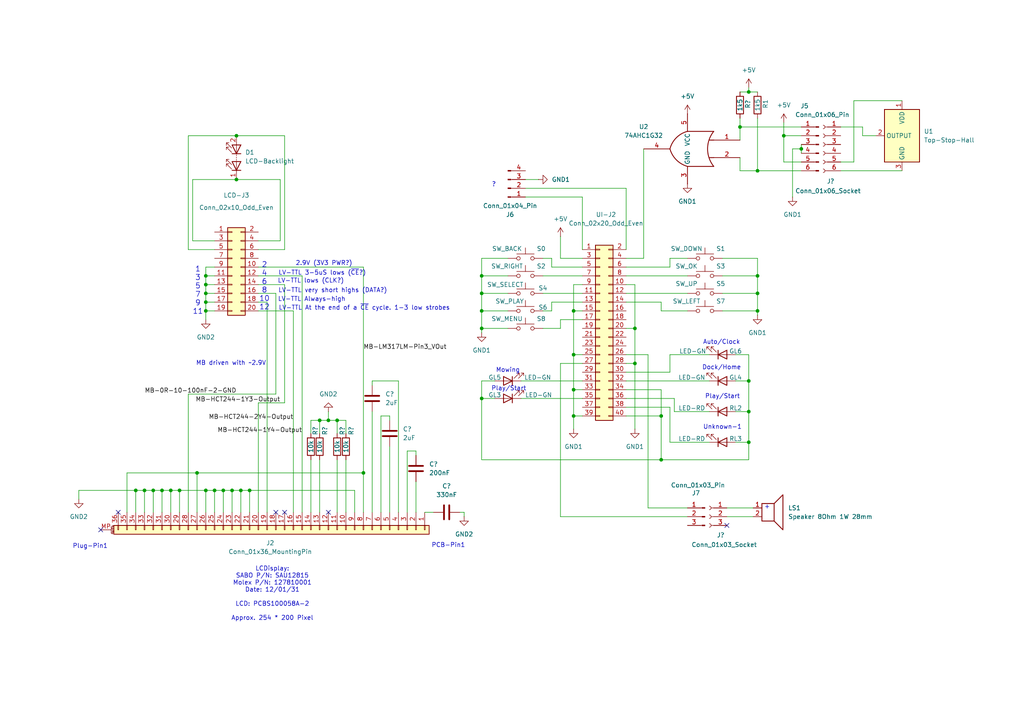
<source format=kicad_sch>
(kicad_sch (version 20250114) (generator "eeschema") (generator_version "9.0")
  (paper "A4")
  (title_block (title "OpenMower @ SABO MOWiT F500 / John Deere Tango E5") (date "2024-12-30") (rev "v0.1"))
  (lib_symbols
    (symbol "74xGxx:74AHC1G32"
      (property "Reference" "U" (at -2.54 3.81 0))
      (property "Value" "74AHC1G32" (at 0 -3.81 0))
      (symbol "74AHC1G32_1_1"
        (pin input line (at -15.24 2.54 0) (length 7.62) (name "~") (number "1"))
        (pin input line (at -15.24 -2.54 0) (length 7.62) (name "~") (number "2"))
        (pin power_in line (at 0 10.16 270) (length 5.08) (name "VCC") (number "5"))
        (pin power_in line (at 0 -10.16 90) (length 5.08) (name "GND") (number "3"))
        (pin output line (at 12.7 0 180) (length 7.62) (name "~") (number "4"))
      )
    )
    (symbol "Connector:Conn_01x03_Pin" (pin_names (offset 1.016) (hide yes))
      (property "Reference" "J" (at 0 5.08 0))
      (property "Value" "Conn_01x03_Pin" (at 0 -5.08 0))
      (symbol "Conn_01x03_Pin_1_1"
        (pin passive line (at 5.08 2.54 180) (length 3.81) (name "Pin_1") (number "1"))
        (pin passive line (at 5.08 0 180) (length 3.81) (name "Pin_2") (number "2"))
        (pin passive line (at 5.08 -2.54 180) (length 3.81) (name "Pin_3") (number "3"))
      )
    )
    (symbol "Connector:Conn_01x03_Socket" (pin_names (offset 1.016) (hide yes))
      (property "Reference" "J" (at 0 5.08 0))
      (property "Value" "Conn_01x03_Socket" (at 0 -5.08 0))
      (symbol "Conn_01x03_Socket_1_1"
        (pin passive line (at -5.08 2.54 0) (length 3.81) (name "Pin_1") (number "1"))
        (pin passive line (at -5.08 0 0) (length 3.81) (name "Pin_2") (number "2"))
        (pin passive line (at -5.08 -2.54 0) (length 3.81) (name "Pin_3") (number "3"))
      )
    )
    (symbol "Connector:Conn_01x04_Pin" (pin_names (offset 1.016) (hide yes))
      (property "Reference" "J" (at 0 5.08 0))
      (property "Value" "Conn_01x04_Pin" (at 0 -7.62 0))
      (symbol "Conn_01x04_Pin_1_1"
        (pin passive line (at 5.08 2.54 180) (length 3.81) (name "Pin_1") (number "1"))
        (pin passive line (at 5.08 0 180) (length 3.81) (name "Pin_2") (number "2"))
        (pin passive line (at 5.08 -2.54 180) (length 3.81) (name "Pin_3") (number "3"))
        (pin passive line (at 5.08 -5.08 180) (length 3.81) (name "Pin_4") (number "4"))
      )
    )
    (symbol "Connector:Conn_01x06_Pin" (pin_names (offset 1.016) (hide yes))
      (property "Reference" "J" (at 0 7.62 0))
      (property "Value" "Conn_01x06_Pin" (at 0 -10.16 0))
      (symbol "Conn_01x06_Pin_1_1"
        (pin passive line (at 5.08 5.08 180) (length 3.81) (name "Pin_1") (number "1"))
        (pin passive line (at 5.08 2.54 180) (length 3.81) (name "Pin_2") (number "2"))
        (pin passive line (at 5.08 0 180) (length 3.81) (name "Pin_3") (number "3"))
        (pin passive line (at 5.08 -2.54 180) (length 3.81) (name "Pin_4") (number "4"))
        (pin passive line (at 5.08 -5.08 180) (length 3.81) (name "Pin_5") (number "5"))
        (pin passive line (at 5.08 -7.62 180) (length 3.81) (name "Pin_6") (number "6"))
      )
    )
    (symbol "Connector:Conn_01x06_Socket" (pin_names (offset 1.016) (hide yes))
      (property "Reference" "J" (at 0 7.62 0))
      (property "Value" "Conn_01x06_Socket" (at 0 -10.16 0))
      (symbol "Conn_01x06_Socket_1_1"
        (pin passive line (at -5.08 5.08 0) (length 3.81) (name "Pin_1") (number "1"))
        (pin passive line (at -5.08 2.54 0) (length 3.81) (name "Pin_2") (number "2"))
        (pin passive line (at -5.08 0 0) (length 3.81) (name "Pin_3") (number "3"))
        (pin passive line (at -5.08 -2.54 0) (length 3.81) (name "Pin_4") (number "4"))
        (pin passive line (at -5.08 -5.08 0) (length 3.81) (name "Pin_5") (number "5"))
        (pin passive line (at -5.08 -7.62 0) (length 3.81) (name "Pin_6") (number "6"))
      )
    )
    (symbol "Connector_Generic:Conn_02x10_Odd_Even" (pin_names (offset 1.016) (hide yes))
      (property "Reference" "J" (at 1.27 12.7 0))
      (property "Value" "Conn_02x10_Odd_Even" (at 1.27 -15.24 0))
      (symbol "Conn_02x10_Odd_Even_1_1"
        (pin passive line (at -5.08 10.16 0) (length 3.81) (name "Pin_1") (number "1"))
        (pin passive line (at -5.08 7.62 0) (length 3.81) (name "Pin_3") (number "3"))
        (pin passive line (at -5.08 5.08 0) (length 3.81) (name "Pin_5") (number "5"))
        (pin passive line (at -5.08 2.54 0) (length 3.81) (name "Pin_7") (number "7"))
        (pin passive line (at -5.08 0 0) (length 3.81) (name "Pin_9") (number "9"))
        (pin passive line (at -5.08 -2.54 0) (length 3.81) (name "Pin_11") (number "11"))
        (pin passive line (at -5.08 -5.08 0) (length 3.81) (name "Pin_13") (number "13"))
        (pin passive line (at -5.08 -7.62 0) (length 3.81) (name "Pin_15") (number "15"))
        (pin passive line (at -5.08 -10.16 0) (length 3.81) (name "Pin_17") (number "17"))
        (pin passive line (at -5.08 -12.7 0) (length 3.81) (name "Pin_19") (number "19"))
        (pin passive line (at 7.62 10.16 180) (length 3.81) (name "Pin_2") (number "2"))
        (pin passive line (at 7.62 7.62 180) (length 3.81) (name "Pin_4") (number "4"))
        (pin passive line (at 7.62 5.08 180) (length 3.81) (name "Pin_6") (number "6"))
        (pin passive line (at 7.62 2.54 180) (length 3.81) (name "Pin_8") (number "8"))
        (pin passive line (at 7.62 0 180) (length 3.81) (name "Pin_10") (number "10"))
        (pin passive line (at 7.62 -2.54 180) (length 3.81) (name "Pin_12") (number "12"))
        (pin passive line (at 7.62 -5.08 180) (length 3.81) (name "Pin_14") (number "14"))
        (pin passive line (at 7.62 -7.62 180) (length 3.81) (name "Pin_16") (number "16"))
        (pin passive line (at 7.62 -10.16 180) (length 3.81) (name "Pin_18") (number "18"))
        (pin passive line (at 7.62 -12.7 180) (length 3.81) (name "Pin_20") (number "20"))
      )
    )
    (symbol "Connector_Generic:Conn_02x20_Odd_Even" (pin_names (offset 1.016) (hide yes))
      (property "Reference" "J" (at 1.27 25.4 0))
      (property "Value" "Conn_02x20_Odd_Even" (at 1.27 -27.94 0))
      (symbol "Conn_02x20_Odd_Even_1_1"
        (pin passive line (at -5.08 22.86 0) (length 3.81) (name "Pin_1") (number "1"))
        (pin passive line (at -5.08 20.32 0) (length 3.81) (name "Pin_3") (number "3"))
        (pin passive line (at -5.08 17.78 0) (length 3.81) (name "Pin_5") (number "5"))
        (pin passive line (at -5.08 15.24 0) (length 3.81) (name "Pin_7") (number "7"))
        (pin passive line (at -5.08 12.7 0) (length 3.81) (name "Pin_9") (number "9"))
        (pin passive line (at -5.08 10.16 0) (length 3.81) (name "Pin_11") (number "11"))
        (pin passive line (at -5.08 7.62 0) (length 3.81) (name "Pin_13") (number "13"))
        (pin passive line (at -5.08 5.08 0) (length 3.81) (name "Pin_15") (number "15"))
        (pin passive line (at -5.08 2.54 0) (length 3.81) (name "Pin_17") (number "17"))
        (pin passive line (at -5.08 0 0) (length 3.81) (name "Pin_19") (number "19"))
        (pin passive line (at -5.08 -2.54 0) (length 3.81) (name "Pin_21") (number "21"))
        (pin passive line (at -5.08 -5.08 0) (length 3.81) (name "Pin_23") (number "23"))
        (pin passive line (at -5.08 -7.62 0) (length 3.81) (name "Pin_25") (number "25"))
        (pin passive line (at -5.08 -10.16 0) (length 3.81) (name "Pin_27") (number "27"))
        (pin passive line (at -5.08 -12.7 0) (length 3.81) (name "Pin_29") (number "29"))
        (pin passive line (at -5.08 -15.24 0) (length 3.81) (name "Pin_31") (number "31"))
        (pin passive line (at -5.08 -17.78 0) (length 3.81) (name "Pin_33") (number "33"))
        (pin passive line (at -5.08 -20.32 0) (length 3.81) (name "Pin_35") (number "35"))
        (pin passive line (at -5.08 -22.86 0) (length 3.81) (name "Pin_37") (number "37"))
        (pin passive line (at -5.08 -25.4 0) (length 3.81) (name "Pin_39") (number "39"))
        (pin passive line (at 7.62 22.86 180) (length 3.81) (name "Pin_2") (number "2"))
        (pin passive line (at 7.62 20.32 180) (length 3.81) (name "Pin_4") (number "4"))
        (pin passive line (at 7.62 17.78 180) (length 3.81) (name "Pin_6") (number "6"))
        (pin passive line (at 7.62 15.24 180) (length 3.81) (name "Pin_8") (number "8"))
        (pin passive line (at 7.62 12.7 180) (length 3.81) (name "Pin_10") (number "10"))
        (pin passive line (at 7.62 10.16 180) (length 3.81) (name "Pin_12") (number "12"))
        (pin passive line (at 7.62 7.62 180) (length 3.81) (name "Pin_14") (number "14"))
        (pin passive line (at 7.62 5.08 180) (length 3.81) (name "Pin_16") (number "16"))
        (pin passive line (at 7.62 2.54 180) (length 3.81) (name "Pin_18") (number "18"))
        (pin passive line (at 7.62 0 180) (length 3.81) (name "Pin_20") (number "20"))
        (pin passive line (at 7.62 -2.54 180) (length 3.81) (name "Pin_22") (number "22"))
        (pin passive line (at 7.62 -5.08 180) (length 3.81) (name "Pin_24") (number "24"))
        (pin passive line (at 7.62 -7.62 180) (length 3.81) (name "Pin_26") (number "26"))
        (pin passive line (at 7.62 -10.16 180) (length 3.81) (name "Pin_28") (number "28"))
        (pin passive line (at 7.62 -12.7 180) (length 3.81) (name "Pin_30") (number "30"))
        (pin passive line (at 7.62 -15.24 180) (length 3.81) (name "Pin_32") (number "32"))
        (pin passive line (at 7.62 -17.78 180) (length 3.81) (name "Pin_34") (number "34"))
        (pin passive line (at 7.62 -20.32 180) (length 3.81) (name "Pin_36") (number "36"))
        (pin passive line (at 7.62 -22.86 180) (length 3.81) (name "Pin_38") (number "38"))
        (pin passive line (at 7.62 -25.4 180) (length 3.81) (name "Pin_40") (number "40"))
      )
    )
    (symbol "Connector_Generic_MountingPin:Conn_01x36_MountingPin" (pin_names (offset 1.016) (hide yes))
      (property "Reference" "J" (at 0 45.72 0))
      (property "Value" "Conn_01x36_MountingPin" (at 1.27 -48.26 0))
      (symbol "Conn_01x36_MountingPin_1_1"
        (text "Mounting" (at 0 -47.371 0) (effects (font (size 0.381 0.381))))
        (pin passive line (at -5.08 43.18 0) (length 3.81) (name "Pin_1") (number "1"))
        (pin passive line (at -5.08 40.64 0) (length 3.81) (name "Pin_2") (number "2"))
        (pin passive line (at -5.08 38.1 0) (length 3.81) (name "Pin_3") (number "3"))
        (pin passive line (at -5.08 35.56 0) (length 3.81) (name "Pin_4") (number "4"))
        (pin passive line (at -5.08 33.02 0) (length 3.81) (name "Pin_5") (number "5"))
        (pin passive line (at -5.08 30.48 0) (length 3.81) (name "Pin_6") (number "6"))
        (pin passive line (at -5.08 27.94 0) (length 3.81) (name "Pin_7") (number "7"))
        (pin passive line (at -5.08 25.4 0) (length 3.81) (name "Pin_8") (number "8"))
        (pin passive line (at -5.08 22.86 0) (length 3.81) (name "Pin_9") (number "9"))
        (pin passive line (at -5.08 20.32 0) (length 3.81) (name "Pin_10") (number "10"))
        (pin passive line (at -5.08 17.78 0) (length 3.81) (name "Pin_11") (number "11"))
        (pin passive line (at -5.08 15.24 0) (length 3.81) (name "Pin_12") (number "12"))
        (pin passive line (at -5.08 12.7 0) (length 3.81) (name "Pin_13") (number "13"))
        (pin passive line (at -5.08 10.16 0) (length 3.81) (name "Pin_14") (number "14"))
        (pin passive line (at -5.08 7.62 0) (length 3.81) (name "Pin_15") (number "15"))
        (pin passive line (at -5.08 5.08 0) (length 3.81) (name "Pin_16") (number "16"))
        (pin passive line (at -5.08 2.54 0) (length 3.81) (name "Pin_17") (number "17"))
        (pin passive line (at -5.08 0 0) (length 3.81) (name "Pin_18") (number "18"))
        (pin passive line (at -5.08 -2.54 0) (length 3.81) (name "Pin_19") (number "19"))
        (pin passive line (at -5.08 -5.08 0) (length 3.81) (name "Pin_20") (number "20"))
        (pin passive line (at -5.08 -7.62 0) (length 3.81) (name "Pin_21") (number "21"))
        (pin passive line (at -5.08 -10.16 0) (length 3.81) (name "Pin_22") (number "22"))
        (pin passive line (at -5.08 -12.7 0) (length 3.81) (name "Pin_23") (number "23"))
        (pin passive line (at -5.08 -15.24 0) (length 3.81) (name "Pin_24") (number "24"))
        (pin passive line (at -5.08 -17.78 0) (length 3.81) (name "Pin_25") (number "25"))
        (pin passive line (at -5.08 -20.32 0) (length 3.81) (name "Pin_26") (number "26"))
        (pin passive line (at -5.08 -22.86 0) (length 3.81) (name "Pin_27") (number "27"))
        (pin passive line (at -5.08 -25.4 0) (length 3.81) (name "Pin_28") (number "28"))
        (pin passive line (at -5.08 -27.94 0) (length 3.81) (name "Pin_29") (number "29"))
        (pin passive line (at -5.08 -30.48 0) (length 3.81) (name "Pin_30") (number "30"))
        (pin passive line (at -5.08 -33.02 0) (length 3.81) (name "Pin_31") (number "31"))
        (pin passive line (at -5.08 -35.56 0) (length 3.81) (name "Pin_32") (number "32"))
        (pin passive line (at -5.08 -38.1 0) (length 3.81) (name "Pin_33") (number "33"))
        (pin passive line (at -5.08 -40.64 0) (length 3.81) (name "Pin_34") (number "34"))
        (pin passive line (at -5.08 -43.18 0) (length 3.81) (name "Pin_35") (number "35"))
        (pin passive line (at -5.08 -45.72 0) (length 3.81) (name "Pin_36") (number "36"))
        (pin passive line (at 0 -50.8 90) (length 3.048) (name "MountPin") (number "MP"))
      )
    )
    (symbol "Device:C" (pin_numbers (hide yes)) (pin_names (offset 0.254))
      (property "Reference" "C" (at 0.635 2.54 0))
      (property "Value" "C" (at 0.635 -2.54 0))
      (symbol "C_1_1"
        (pin passive line (at 0 3.81 270) (length 2.794) (name "~") (number "1"))
        (pin passive line (at 0 -3.81 90) (length 2.794) (name "~") (number "2"))
      )
    )
    (symbol "Device:LED" (pin_numbers (hide yes)) (pin_names (offset 1.016) (hide yes))
      (property "Reference" "D" (at 0 2.54 0))
      (property "Value" "LED" (at 0 -2.54 0))
      (symbol "LED_1_1"
        (pin passive line (at -3.81 0 0) (length 2.54) (name "K") (number "1"))
        (pin passive line (at 3.81 0 180) (length 2.54) (name "A") (number "2"))
      )
    )
    (symbol "Device:LED_Series" (pin_names (offset 1.016) (hide yes))
      (property "Reference" "D" (at 0 5.715 0))
      (property "Value" "LED_Series" (at 0 3.81 0))
      (symbol "LED_Series_1_1"
        (pin passive line (at -6.35 0 0) (length 2.54) (name "K") (number "1"))
        (pin passive line (at 6.35 0 180) (length 2.54) (name "A") (number "2"))
      )
    )
    (symbol "Device:R" (pin_numbers (hide yes)) (pin_names (offset 0))
      (property "Reference" "R" (at 2.032 0 90))
      (property "Value" "R" (at 0 0 90))
      (symbol "R_1_1"
        (pin passive line (at 0 3.81 270) (length 1.27) (name "~") (number "1"))
        (pin passive line (at 0 -3.81 90) (length 1.27) (name "~") (number "2"))
      )
    )
    (symbol "Device:Speaker" (pin_names (offset 0) (hide yes))
      (property "Reference" "LS" (at 1.27 5.715 0))
      (property "Value" "Speaker" (at 1.27 3.81 0))
      (symbol "Speaker_1_1"
        (pin input line (at -5.08 0 0) (length 2.54) (name "1") (number "1"))
        (pin input line (at -5.08 -2.54 0) (length 2.54) (name "2") (number "2"))
      )
    )
    (symbol "Sensor_Magnetic:AH1806-W"
      (property "Reference" "U" (at -5.08 8.89 0))
      (property "Value" "AH1806-W" (at 7.62 8.89 0))
      (symbol "AH1806-W_1_1"
        (pin power_in line (at 0 10.16 270) (length 2.54) (name "VDD") (number "1"))
        (pin power_in line (at 0 -10.16 90) (length 2.54) (name "GND") (number "3"))
        (pin open_collector line (at 7.62 0 180) (length 2.54) (name "OUTPUT") (number "2"))
      )
    )
    (symbol "Switch:SW_Push" (pin_numbers (hide yes)) (pin_names (offset 1.016) (hide yes))
      (property "Reference" "SW" (at 1.27 2.54 0))
      (property "Value" "SW_Push" (at 0 -1.524 0))
      (symbol "SW_Push_0_1"
        (pin passive line (at -5.08 0 0) (length 2.54) (name "1") (number "1"))
        (pin passive line (at 5.08 0 180) (length 2.54) (name "2") (number "2"))
      )
    )
    (symbol "power:+5V" (power) (pin_numbers (hide yes)) (pin_names (offset 0) (hide yes))
      (property "Value" "+5V" (at 0 3.556 0))
      (symbol "+5V_1_1"
        (pin power_in line (at 0 0 90) (length 0) (name "~") (number "1"))
      )
    )
    (symbol "power:GND1" (power) (pin_numbers (hide yes)) (pin_names (offset 0) (hide yes))
      (property "Value" "GND1" (at 0 -3.81 0))
      (symbol "GND1_1_1"
        (pin power_in line (at 0 0 270) (length 0) (name "~") (number "1"))
      )
    )
    (symbol "power:GND2" (power) (pin_numbers (hide yes)) (pin_names (offset 0) (hide yes))
      (property "Value" "GND2" (at 0 -3.81 0))
      (symbol "GND2_1_1"
        (pin power_in line (at 0 0 270) (length 0) (name "~") (number "1"))
      )
    )
  )
  (text "LV-TTL Always-high" (at 90.424 86.868 0) (effects (font (size 1.27 1.27))))
  (text "?" (at 143.256 53.594 0) (effects (font (size 1.27 1.27))))
  (text "Dock/Home" (at 209.296 106.68 0) (effects (font (size 1.27 1.27))))
  (text "Play/Start" (at 147.574 112.776 0) (effects (font (size 1.27 1.27))))
  (text "LV-TTL lows (CLK?)" (at 90.17 81.534 0) (effects (font (size 1.27 1.27))))
  (text "LV-TTL 3-5uS lows (~{CE}?)" (at 93.472 79.248 0) (effects (font (size 1.27 1.27))))
  (text "Unknown-1" (at 209.55 123.952 0) (effects (font (size 1.27 1.27))))
  (text "Play/Start" (at 209.55 115.062 0) (effects (font (size 1.27 1.27))))
  (text "PCB-Pin1" (at 130.048 158.242 0) (effects (font (size 1.27 1.27))))
  (text "Mowing" (at 147.32 107.442 0) (effects (font (size 1.27 1.27))))
  (text "Auto/Clock" (at 209.296 99.314 0) (effects (font (size 1.27 1.27))))
  (text "MB driven with ~2.9V" (at 77.216 105.41 0) (effects (font (size 1.27 1.27)) (justify right)))
  (text "LV-TTL At the end of a ~{CE} cycle. 1-3 low strobes" (at 105.664 89.408 0) (effects (font (size 1.27 1.27))))
  (text "1\n3\n5\n7\n9\n11" (at 57.404 84.328 0) (effects (font (size 1.524 1.524))))
  (text "Plug-Pin1" (at 26.162 158.496 0) (effects (font (size 1.27 1.27))))
  (text "+" (at 222.504 147.066 0) (effects (font (size 1.27 1.27))))
  (text "2.9V (3V3 PWR?)" (at 93.98 76.454 0) (effects (font (size 1.27 1.27))))
  (text "LV-TTL very short highs (DATA?)" (at 96.52 84.328 0) (effects (font (size 1.27 1.27))))
  (text "2\n4\n6\n8\n10\n12" (at 76.708 83.058 0) (effects (font (size 1.524 1.524))))
  (text "LCDisplay:\nSABO P/N: SAU12815\nMolex P/N: 127810001\nDate: 12/01/31\n\nLCD: PCBS100058A-2\n\nApprox. 254 * 200 Pixel" (at 78.994 172.212 0) (effects (font (size 1.27 1.27))))
  (junction (at 217.17 128.27))
  (junction (at 59.69 142.24))
  (junction (at 166.37 113.03))
  (junction (at 57.15 137.16))
  (junction (at 59.69 87.63))
  (junction (at 59.69 80.01))
  (junction (at 219.71 80.01))
  (junction (at 46.99 142.24))
  (junction (at 217.17 119.38))
  (junction (at 166.37 102.87))
  (junction (at 217.17 26.67))
  (junction (at 59.69 90.17))
  (junction (at 68.58 52.07))
  (junction (at 191.77 133.35))
  (junction (at 191.77 120.65))
  (junction (at 64.77 142.24))
  (junction (at 72.39 142.24))
  (junction (at 219.71 85.09))
  (junction (at 68.58 39.37))
  (junction (at 139.7 85.09))
  (junction (at 219.71 90.17))
  (junction (at 62.23 142.24))
  (junction (at 92.71 121.92))
  (junction (at 59.69 85.09))
  (junction (at 166.37 120.65))
  (junction (at 166.37 90.17))
  (junction (at 69.85 142.24))
  (junction (at 227.33 39.37))
  (junction (at 139.7 95.25))
  (junction (at 44.45 142.24))
  (junction (at 41.91 142.24))
  (junction (at 105.41 137.16))
  (junction (at 219.71 49.53))
  (junction (at 95.25 121.92))
  (junction (at 67.31 142.24))
  (junction (at 49.53 142.24))
  (junction (at 217.17 110.49))
  (junction (at 39.37 142.24))
  (junction (at 59.69 82.55))
  (junction (at 232.41 43.18))
  (junction (at 184.15 105.41))
  (junction (at 139.7 90.17))
  (junction (at 139.7 80.01))
  (junction (at 139.7 115.57))
  (junction (at 214.63 36.83))
  (junction (at 97.79 121.92))
  (junction (at 52.07 142.24))
  (junction (at 184.15 95.25))
  (no_connect (at 210.82 152.4))
  (no_connect (at 82.55 148.59))
  (no_connect (at 34.29 148.59))
  (no_connect (at 29.21 153.67))
  (no_connect (at 95.25 148.59))
  (no_connect (at 80.01 148.59))
  (wire (pts (xy 166.37 90.17) (xy 166.37 102.87)))
  (wire (pts (xy 191.77 120.65) (xy 191.77 133.35)))
  (wire (pts (xy 209.55 80.01) (xy 219.71 80.01)))
  (wire (pts (xy 113.03 129.54) (xy 113.03 148.59)))
  (wire (pts (xy 41.91 148.59) (xy 41.91 142.24)))
  (wire (pts (xy 107.95 111.76) (xy 107.95 110.49)))
  (wire (pts (xy 49.53 142.24) (xy 46.99 142.24)))
  (wire (pts (xy 227.33 39.37) (xy 227.33 46.99)))
  (wire (pts (xy 69.85 148.59) (xy 69.85 142.24)))
  (wire (pts (xy 139.7 80.01) (xy 147.32 80.01)))
  (wire (pts (xy 162.56 149.86) (xy 199.39 149.86)))
  (wire (pts (xy 160.02 74.93) (xy 160.02 77.47)))
  (wire (pts (xy 166.37 102.87) (xy 168.91 102.87)))
  (wire (pts (xy 59.69 87.63) (xy 62.23 87.63)))
  (wire (pts (xy 191.77 113.03) (xy 191.77 120.65)))
  (wire (pts (xy 166.37 82.55) (xy 166.37 90.17)))
  (wire (pts (xy 219.71 34.29) (xy 219.71 49.53)))
  (wire (pts (xy 162.56 149.86) (xy 162.56 105.41)))
  (wire (pts (xy 59.69 148.59) (xy 59.69 142.24)))
  (wire (pts (xy 181.61 120.65) (xy 191.77 120.65)))
  (wire (pts (xy 139.7 115.57) (xy 139.7 133.35)))
  (wire (pts (xy 213.36 128.27) (xy 217.17 128.27)))
  (wire (pts (xy 72.39 148.59) (xy 72.39 142.24)))
  (wire (pts (xy 162.56 105.41) (xy 168.91 105.41)))
  (wire (pts (xy 143.51 110.49) (xy 139.7 110.49)))
  (wire (pts (xy 181.61 85.09) (xy 199.39 85.09)))
  (wire (pts (xy 67.31 142.24) (xy 64.77 142.24)))
  (wire (pts (xy 168.91 74.93) (xy 162.56 74.93)))
  (wire (pts (xy 74.93 82.55) (xy 82.55 82.55)))
  (wire (pts (xy 160.02 77.47) (xy 168.91 77.47)))
  (wire (pts (xy 64.77 148.59) (xy 64.77 142.24)))
  (wire (pts (xy 44.45 142.24) (xy 41.91 142.24)))
  (wire (pts (xy 194.31 102.87) (xy 205.74 102.87)))
  (wire (pts (xy 87.63 148.59) (xy 87.63 80.01)))
  (wire (pts (xy 160.02 90.17) (xy 160.02 87.63)))
  (wire (pts (xy 54.61 72.39) (xy 62.23 72.39)))
  (wire (pts (xy 227.33 46.99) (xy 232.41 46.99)))
  (wire (pts (xy 97.79 121.92) (xy 95.25 121.92)))
  (wire (pts (xy 214.63 49.53) (xy 214.63 45.72)))
  (wire (pts (xy 102.87 148.59) (xy 102.87 142.24)))
  (wire (pts (xy 68.58 39.37) (xy 54.61 39.37)))
  (wire (pts (xy 210.82 147.32) (xy 218.44 147.32)))
  (wire (pts (xy 102.87 142.24) (xy 72.39 142.24)))
  (wire (pts (xy 100.33 133.35) (xy 100.33 148.59)))
  (wire (pts (xy 59.69 87.63) (xy 59.69 90.17)))
  (wire (pts (xy 214.63 40.64) (xy 214.63 36.83)))
  (wire (pts (xy 118.11 148.59) (xy 118.11 130.81)))
  (wire (pts (xy 52.07 142.24) (xy 49.53 142.24)))
  (wire (pts (xy 110.49 148.59) (xy 110.49 120.65)))
  (wire (pts (xy 147.32 74.93) (xy 139.7 74.93)))
  (wire (pts (xy 139.7 133.35) (xy 191.77 133.35)))
  (wire (pts (xy 85.09 90.17) (xy 74.93 90.17)))
  (wire (pts (xy 250.19 39.37) (xy 254 39.37)))
  (wire (pts (xy 41.91 142.24) (xy 39.37 142.24)))
  (wire (pts (xy 209.55 85.09) (xy 219.71 85.09)))
  (wire (pts (xy 151.13 110.49) (xy 168.91 110.49)))
  (wire (pts (xy 166.37 82.55) (xy 168.91 82.55)))
  (wire (pts (xy 120.65 130.81) (xy 120.65 132.08)))
  (wire (pts (xy 247.65 46.99) (xy 247.65 29.21)))
  (wire (pts (xy 191.77 87.63) (xy 181.61 87.63)))
  (wire (pts (xy 250.19 36.83) (xy 250.19 39.37)))
  (wire (pts (xy 39.37 142.24) (xy 22.86 142.24)))
  (wire (pts (xy 68.58 52.07) (xy 55.88 52.07)))
  (wire (pts (xy 217.17 110.49) (xy 217.17 119.38)))
  (wire (pts (xy 217.17 110.49) (xy 213.36 110.49)))
  (wire (pts (xy 181.61 54.61) (xy 181.61 72.39)))
  (wire (pts (xy 213.36 119.38) (xy 217.17 119.38)))
  (wire (pts (xy 97.79 133.35) (xy 97.79 148.59)))
  (wire (pts (xy 133.35 148.59) (xy 134.62 148.59)))
  (wire (pts (xy 187.96 102.87) (xy 181.61 102.87)))
  (wire (pts (xy 59.69 80.01) (xy 62.23 80.01)))
  (wire (pts (xy 191.77 90.17) (xy 191.77 87.63)))
  (wire (pts (xy 194.31 107.95) (xy 181.61 107.95)))
  (wire (pts (xy 92.71 121.92) (xy 92.71 125.73)))
  (wire (pts (xy 166.37 90.17) (xy 168.91 90.17)))
  (wire (pts (xy 186.69 43.18) (xy 186.69 74.93)))
  (wire (pts (xy 162.56 74.93) (xy 162.56 68.58)))
  (wire (pts (xy 166.37 120.65) (xy 166.37 124.46)))
  (wire (pts (xy 69.85 142.24) (xy 67.31 142.24)))
  (wire (pts (xy 105.41 77.47) (xy 105.41 137.16)))
  (wire (pts (xy 232.41 39.37) (xy 227.33 39.37)))
  (wire (pts (xy 214.63 49.53) (xy 219.71 49.53)))
  (wire (pts (xy 90.17 133.35) (xy 90.17 148.59)))
  (wire (pts (xy 232.41 41.91) (xy 232.41 43.18)))
  (wire (pts (xy 52.07 148.59) (xy 52.07 142.24)))
  (wire (pts (xy 97.79 121.92) (xy 97.79 125.73)))
  (wire (pts (xy 181.61 110.49) (xy 205.74 110.49)))
  (wire (pts (xy 46.99 142.24) (xy 44.45 142.24)))
  (wire (pts (xy 168.91 120.65) (xy 166.37 120.65)))
  (wire (pts (xy 152.4 54.61) (xy 181.61 54.61)))
  (wire (pts (xy 199.39 147.32) (xy 187.96 147.32)))
  (wire (pts (xy 214.63 26.67) (xy 217.17 26.67)))
  (wire (pts (xy 213.36 102.87) (xy 217.17 102.87)))
  (wire (pts (xy 194.31 102.87) (xy 194.31 107.95)))
  (wire (pts (xy 139.7 90.17) (xy 147.32 90.17)))
  (wire (pts (xy 157.48 90.17) (xy 160.02 90.17)))
  (wire (pts (xy 72.39 142.24) (xy 69.85 142.24)))
  (wire (pts (xy 67.31 142.24) (xy 67.31 148.59)))
  (wire (pts (xy 217.17 102.87) (xy 217.17 110.49)))
  (wire (pts (xy 74.93 69.85) (xy 81.28 69.85)))
  (wire (pts (xy 105.41 137.16) (xy 105.41 148.59)))
  (wire (pts (xy 95.25 121.92) (xy 95.25 119.38)))
  (wire (pts (xy 139.7 110.49) (xy 139.7 115.57)))
  (wire (pts (xy 181.61 105.41) (xy 184.15 105.41)))
  (wire (pts (xy 57.15 137.16) (xy 57.15 148.59)))
  (wire (pts (xy 49.53 142.24) (xy 49.53 148.59)))
  (wire (pts (xy 107.95 110.49) (xy 115.57 110.49)))
  (wire (pts (xy 55.88 52.07) (xy 55.88 69.85)))
  (wire (pts (xy 82.55 39.37) (xy 68.58 39.37)))
  (wire (pts (xy 92.71 121.92) (xy 95.25 121.92)))
  (wire (pts (xy 54.61 114.3) (xy 80.01 114.3)))
  (wire (pts (xy 100.33 121.92) (xy 97.79 121.92)))
  (wire (pts (xy 139.7 115.57) (xy 143.51 115.57)))
  (wire (pts (xy 219.71 49.53) (xy 232.41 49.53)))
  (wire (pts (xy 162.56 92.71) (xy 162.56 95.25)))
  (wire (pts (xy 92.71 133.35) (xy 92.71 148.59)))
  (wire (pts (xy 62.23 142.24) (xy 59.69 142.24)))
  (wire (pts (xy 139.7 80.01) (xy 139.7 85.09)))
  (wire (pts (xy 219.71 90.17) (xy 209.55 90.17)))
  (wire (pts (xy 214.63 34.29) (xy 214.63 36.83)))
  (wire (pts (xy 90.17 121.92) (xy 92.71 121.92)))
  (wire (pts (xy 229.87 57.15) (xy 229.87 43.18)))
  (wire (pts (xy 232.41 43.18) (xy 232.41 44.45)))
  (wire (pts (xy 151.13 115.57) (xy 168.91 115.57)))
  (wire (pts (xy 54.61 39.37) (xy 54.61 72.39)))
  (wire (pts (xy 59.69 90.17) (xy 62.23 90.17)))
  (wire (pts (xy 166.37 102.87) (xy 166.37 113.03)))
  (wire (pts (xy 243.84 49.53) (xy 261.62 49.53)))
  (wire (pts (xy 90.17 125.73) (xy 90.17 121.92)))
  (wire (pts (xy 157.48 74.93) (xy 160.02 74.93)))
  (wire (pts (xy 184.15 95.25) (xy 184.15 82.55)))
  (wire (pts (xy 217.17 25.4) (xy 217.17 26.67)))
  (wire (pts (xy 74.93 72.39) (xy 82.55 72.39)))
  (wire (pts (xy 227.33 35.56) (xy 227.33 39.37)))
  (wire (pts (xy 62.23 142.24) (xy 62.23 148.59)))
  (wire (pts (xy 115.57 110.49) (xy 115.57 148.59)))
  (wire (pts (xy 44.45 142.24) (xy 44.45 148.59)))
  (wire (pts (xy 107.95 119.38) (xy 107.95 148.59)))
  (wire (pts (xy 217.17 128.27) (xy 217.17 133.35)))
  (wire (pts (xy 59.69 85.09) (xy 62.23 85.09)))
  (wire (pts (xy 74.93 87.63) (xy 77.47 87.63)))
  (wire (pts (xy 120.65 139.7) (xy 120.65 148.59)))
  (wire (pts (xy 205.74 119.38) (xy 195.58 119.38)))
  (wire (pts (xy 62.23 77.47) (xy 59.69 77.47)))
  (wire (pts (xy 59.69 142.24) (xy 52.07 142.24)))
  (wire (pts (xy 152.4 57.15) (xy 168.91 57.15)))
  (wire (pts (xy 168.91 57.15) (xy 168.91 72.39)))
  (wire (pts (xy 59.69 77.47) (xy 59.69 80.01)))
  (wire (pts (xy 139.7 74.93) (xy 139.7 80.01)))
  (wire (pts (xy 217.17 26.67) (xy 219.71 26.67)))
  (wire (pts (xy 194.31 118.11) (xy 181.61 118.11)))
  (wire (pts (xy 134.62 148.59) (xy 134.62 149.86)))
  (wire (pts (xy 152.4 52.07) (xy 156.21 52.07)))
  (wire (pts (xy 181.61 80.01) (xy 199.39 80.01)))
  (wire (pts (xy 209.55 74.93) (xy 219.71 74.93)))
  (wire (pts (xy 54.61 148.59) (xy 54.61 114.3)))
  (wire (pts (xy 219.71 90.17) (xy 219.71 91.44)))
  (wire (pts (xy 110.49 120.65) (xy 113.03 120.65)))
  (wire (pts (xy 123.19 148.59) (xy 125.73 148.59)))
  (wire (pts (xy 80.01 114.3) (xy 80.01 85.09)))
  (wire (pts (xy 22.86 142.24) (xy 22.86 144.78)))
  (wire (pts (xy 57.15 137.16) (xy 36.83 137.16)))
  (wire (pts (xy 59.69 82.55) (xy 62.23 82.55)))
  (wire (pts (xy 118.11 130.81) (xy 120.65 130.81)))
  (wire (pts (xy 74.93 77.47) (xy 105.41 77.47)))
  (wire (pts (xy 229.87 43.18) (xy 232.41 43.18)))
  (wire (pts (xy 100.33 125.73) (xy 100.33 121.92)))
  (wire (pts (xy 166.37 113.03) (xy 168.91 113.03)))
  (wire (pts (xy 80.01 85.09) (xy 74.93 85.09)))
  (wire (pts (xy 139.7 95.25) (xy 139.7 96.52)))
  (wire (pts (xy 219.71 80.01) (xy 219.71 85.09)))
  (wire (pts (xy 194.31 74.93) (xy 199.39 74.93)))
  (wire (pts (xy 105.41 137.16) (xy 57.15 137.16)))
  (wire (pts (xy 184.15 105.41) (xy 184.15 95.25)))
  (wire (pts (xy 46.99 148.59) (xy 46.99 142.24)))
  (wire (pts (xy 157.48 85.09) (xy 168.91 85.09)))
  (wire (pts (xy 181.61 113.03) (xy 191.77 113.03)))
  (wire (pts (xy 195.58 119.38) (xy 195.58 115.57)))
  (wire (pts (xy 162.56 92.71) (xy 168.91 92.71)))
  (wire (pts (xy 194.31 77.47) (xy 194.31 74.93)))
  (wire (pts (xy 219.71 85.09) (xy 219.71 90.17)))
  (wire (pts (xy 139.7 90.17) (xy 139.7 95.25)))
  (wire (pts (xy 194.31 128.27) (xy 194.31 118.11)))
  (wire (pts (xy 199.39 90.17) (xy 191.77 90.17)))
  (wire (pts (xy 247.65 29.21) (xy 261.62 29.21)))
  (wire (pts (xy 157.48 95.25) (xy 162.56 95.25)))
  (wire (pts (xy 81.28 69.85) (xy 81.28 52.07)))
  (wire (pts (xy 243.84 36.83) (xy 250.19 36.83)))
  (wire (pts (xy 74.93 116.84) (xy 82.55 116.84)))
  (wire (pts (xy 74.93 80.01) (xy 87.63 80.01)))
  (wire (pts (xy 59.69 80.01) (xy 59.69 82.55)))
  (wire (pts (xy 64.77 142.24) (xy 62.23 142.24)))
  (wire (pts (xy 181.61 77.47) (xy 194.31 77.47)))
  (wire (pts (xy 81.28 52.07) (xy 68.58 52.07)))
  (wire (pts (xy 210.82 149.86) (xy 218.44 149.86)))
  (wire (pts (xy 205.74 128.27) (xy 194.31 128.27)))
  (wire (pts (xy 82.55 72.39) (xy 82.55 39.37)))
  (wire (pts (xy 184.15 124.46) (xy 184.15 105.41)))
  (wire (pts (xy 85.09 148.59) (xy 85.09 90.17)))
  (wire (pts (xy 157.48 80.01) (xy 168.91 80.01)))
  (wire (pts (xy 39.37 142.24) (xy 39.37 148.59)))
  (wire (pts (xy 74.93 148.59) (xy 74.93 116.84)))
  (wire (pts (xy 191.77 133.35) (xy 217.17 133.35)))
  (wire (pts (xy 147.32 85.09) (xy 139.7 85.09)))
  (wire (pts (xy 166.37 120.65) (xy 166.37 113.03)))
  (wire (pts (xy 139.7 85.09) (xy 139.7 90.17)))
  (wire (pts (xy 243.84 46.99) (xy 247.65 46.99)))
  (wire (pts (xy 160.02 87.63) (xy 168.91 87.63)))
  (wire (pts (xy 184.15 82.55) (xy 181.61 82.55)))
  (wire (pts (xy 186.69 74.93) (xy 181.61 74.93)))
  (wire (pts (xy 113.03 120.65) (xy 113.03 121.92)))
  (wire (pts (xy 214.63 36.83) (xy 232.41 36.83)))
  (wire (pts (xy 36.83 137.16) (xy 36.83 148.59)))
  (wire (pts (xy 77.47 87.63) (xy 77.47 148.59)))
  (wire (pts (xy 59.69 85.09) (xy 59.69 87.63)))
  (wire (pts (xy 219.71 74.93) (xy 219.71 80.01)))
  (wire (pts (xy 217.17 119.38) (xy 217.17 128.27)))
  (wire (pts (xy 139.7 95.25) (xy 147.32 95.25)))
  (wire (pts (xy 187.96 147.32) (xy 187.96 102.87)))
  (wire (pts (xy 82.55 116.84) (xy 82.55 82.55)))
  (wire (pts (xy 59.69 90.17) (xy 59.69 92.71)))
  (wire (pts (xy 181.61 95.25) (xy 184.15 95.25)))
  (wire (pts (xy 55.88 69.85) (xy 62.23 69.85)))
  (wire (pts (xy 195.58 115.57) (xy 181.61 115.57)))
  (wire (pts (xy 59.69 82.55) (xy 59.69 85.09)))
  (label "MB-HCT244-1Y3-Output" (at 81.28 116.84 180))
  (label "MB-HCT244-1Y4-Output" (at 87.63 125.73 180))
  (label "MB-HCT244-2Y4-Output" (at 85.09 121.92 180))
  (label "MB-0R-10-100nF-2-GND" (at 68.58 114.3 180))
  (label "MB-LM317LM-Pin3_VOut" (at 105.41 101.6 0))
  (symbol (lib_id "power:GND1") (at 139.7 96.52 0) (unit 1)
    (property "Reference" "#PWR013" (effects (hide yes)))
    (property "Value" "GND1" (at 139.7 101.6 0))
    (property "Description" "Power symbol creates a global label with name \"GND1\" , ground" (effects (hide yes)))
  )
  (symbol (lib_id "Device:LED") (at 209.55 128.27 0) (mirror x) (unit 1)
    (property "Reference" "RL3" (at 213.36 127.254 0))
    (property "Value" "LED-RD" (at 200.66 127.254 0))
    (property "Description" "Light emitting diode" (effects (hide yes)))
  )
  (symbol (lib_id "Device:Speaker") (at 223.52 147.32 0) (unit 1)
    (property "Reference" "LS1" (at 228.6 147.3199 0) (effects (justify left)))
    (property "Value" "Speaker 8Ohm 1W 28mm" (at 228.6 149.8599 0) (effects (justify left)))
    (property "Description" "Speaker" (effects (hide yes)))
  )
  (symbol (lib_id "power:GND1") (at 156.21 52.07 90) (unit 1)
    (property "Reference" "#PWR015" (effects (hide yes)))
    (property "Value" "GND1" (at 160.02 52.0699 90) (effects (justify right)))
    (property "Description" "Power symbol creates a global label with name \"GND1\" , ground" (effects (hide yes)))
  )
  (symbol (lib_id "power:GND2") (at 95.25 119.38 180) (unit 1)
    (property "Reference" "#PWR03" (effects (hide yes)))
    (property "Value" "GND2" (at 95.25 114.3 0))
    (property "Description" "Power symbol creates a global label with name \"GND2\" , ground" (effects (hide yes)))
  )
  (symbol (lib_id "Switch:SW_Push") (at 152.4 85.09 0) (unit 1)
    (property "Reference" "S4" (at 157.48 83.566 0))
    (property "Value" "SW_SELECT" (at 146.558 82.55 0))
    (property "Description" "Push button switch, generic, two pins" (effects (hide yes)))
  )
  (symbol (lib_id "power:GND1") (at 166.37 124.46 0) (unit 1)
    (property "Reference" "#PWR012" (effects (hide yes)))
    (property "Value" "GND1" (at 166.37 129.54 0))
    (property "Description" "Power symbol creates a global label with name \"GND1\" , ground" (effects (hide yes)))
  )
  (symbol (lib_id "power:GND1") (at 199.39 53.34 0) (unit 1)
    (property "Reference" "#PWR011" (effects (hide yes)))
    (property "Value" "GND1" (at 199.39 58.42 0))
    (property "Description" "Power symbol creates a global label with name \"GND1\" , ground" (effects (hide yes)))
  )
  (symbol (lib_id "Device:LED") (at 147.32 110.49 180) (unit 1)
    (property "Reference" "GL5" (at 143.51 109.474 0))
    (property "Value" "LED-GN" (at 155.956 109.474 0))
    (property "Description" "Light emitting diode" (effects (hide yes)))
  )
  (symbol (lib_id "Device:R") (at 90.17 129.54 0) (unit 1)
    (property "Reference" "R?" (at 91.44 126.238 90) (effects (justify left)))
    (property "Value" "10k" (at 90.17 129.54 90))
    (property "Description" "Resistor" (effects (hide yes)))
  )
  (symbol (lib_id "power:+5V") (at 162.56 68.58 0) (unit 1)
    (property "Reference" "#PWR05" (effects (hide yes)))
    (property "Value" "+5V" (at 162.56 63.5 0))
    (property "Description" "Power symbol creates a global label with name \"+5V\"" (effects (hide yes)))
  )
  (symbol (lib_id "Switch:SW_Push") (at 152.4 80.01 0) (unit 1)
    (property "Reference" "S2" (at 156.972 77.216 0))
    (property "Value" "SW_RIGHT" (at 147.066 77.216 0))
    (property "Description" "Push button switch, generic, two pins" (effects (hide yes)))
  )
  (symbol (lib_id "power:GND1") (at 184.15 124.46 0) (unit 1)
    (property "Reference" "#PWR07" (effects (hide yes)))
    (property "Value" "GND1" (at 184.15 129.54 0))
    (property "Description" "Power symbol creates a global label with name \"GND1\" , ground" (effects (hide yes)))
  )
  (symbol (lib_id "Connector:Conn_01x03_Pin") (at 204.47 149.86 0) (mirror y) (unit 1)
    (property "Reference" "J7" (at 200.66 143.002 0) (effects (justify right)))
    (property "Value" "Conn_01x03_Pin" (at 194.564 140.716 0) (effects (justify right)))
    (property "Description" "Generic connector, single row, 01x03, script generated" (effects (hide yes)))
  )
  (symbol (lib_id "power:+5V") (at 199.39 33.02 0) (unit 1)
    (property "Reference" "#PWR016" (effects (hide yes)))
    (property "Value" "+5V" (at 199.39 27.94 0))
    (property "Description" "Power symbol creates a global label with name \"+5V\"" (effects (hide yes)))
  )
  (symbol (lib_id "Connector:Conn_01x06_Socket") (at 238.76 41.91 0) (mirror y) (unit 1)
    (property "Reference" "J?" (at 242.062 52.578 0) (effects (justify left)))
    (property "Value" "Conn_01x06_Socket" (at 249.682 55.3719 0) (effects (justify left)))
    (property "Description" "Generic connector, single row, 01x06, script generated" (effects (hide yes)))
  )
  (symbol (lib_id "power:+5V") (at 217.17 25.4 0) (unit 1)
    (property "Reference" "#PWR08" (effects (hide yes)))
    (property "Value" "+5V" (at 217.17 20.32 0))
    (property "Description" "Power symbol creates a global label with name \"+5V\"" (effects (hide yes)))
  )
  (symbol (lib_id "Device:LED") (at 209.55 119.38 0) (mirror x) (unit 1)
    (property "Reference" "RL2" (at 213.36 118.364 0))
    (property "Value" "LED-RD" (at 200.66 118.364 0))
    (property "Description" "Light emitting diode" (effects (hide yes)))
  )
  (symbol (lib_id "Switch:SW_Push") (at 152.4 95.25 0) (unit 1)
    (property "Reference" "S8" (at 156.972 92.456 0))
    (property "Value" "SW_MENU" (at 147.066 92.456 0))
    (property "Description" "Push button switch, generic, two pins" (effects (hide yes)))
  )
  (symbol (lib_id "Switch:SW_Push") (at 152.4 74.93 0) (unit 1)
    (property "Reference" "S0" (at 156.972 72.136 0))
    (property "Value" "SW_BACK" (at 147.066 72.136 0))
    (property "Description" "Push button switch, generic, two pins" (effects (hide yes)))
  )
  (symbol (lib_id "Switch:SW_Push") (at 204.47 90.17 0) (unit 1)
    (property "Reference" "S7" (at 209.042 87.376 0))
    (property "Value" "SW_LEFT" (at 199.136 87.376 0))
    (property "Description" "Push button switch, generic, two pins" (effects (hide yes)))
  )
  (symbol (lib_id "Device:R") (at 92.71 129.54 0) (unit 1)
    (property "Reference" "R?" (at 94.234 126.238 90) (effects (justify left)))
    (property "Value" "10k" (at 92.71 129.54 90))
    (property "Description" "Resistor" (effects (hide yes)))
  )
  (symbol (lib_id "Connector_Generic:Conn_02x10_Odd_Even") (at 67.31 77.47 0) (unit 1)
    (property "Reference" "LCD-J3" (at 68.58 56.642 0))
    (property "Value" "Conn_02x10_Odd_Even" (at 68.58 60.198 0))
    (property "Description" "TE Connectivity, AMPMODU System 50, 5-104068-4" (effects (hide yes)))
  )
  (symbol (lib_id "Device:R") (at 214.63 30.48 0) (unit 1)
    (property "Reference" "R?" (at 216.916 31.496 90) (effects (justify left)))
    (property "Value" "1k5" (at 214.63 30.48 90))
    (property "Description" "Resistor" (effects (hide yes)))
  )
  (symbol (lib_id "Device:LED_Series") (at 68.58 45.72 90) (unit 1)
    (property "Reference" "D1" (at 71.12 44.1959 90) (effects (justify right)))
    (property "Value" "LCD-Backlight" (at 71.12 46.7359 90) (effects (justify right)))
    (property "Description" "Several LEDs in series" (effects (hide yes)))
  )
  (symbol (lib_id "power:GND2") (at 22.86 144.78 0) (unit 1)
    (property "Reference" "#PWR02" (effects (hide yes)))
    (property "Value" "GND2" (at 22.86 149.86 0))
    (property "Description" "Power symbol creates a global label with name \"GND2\" , ground" (effects (hide yes)))
  )
  (symbol (lib_id "power:+5V") (at 227.33 35.56 0) (unit 1)
    (property "Reference" "#PWR06" (effects (hide yes)))
    (property "Value" "+5V" (at 227.33 30.48 0))
    (property "Description" "Power symbol creates a global label with name \"+5V\"" (effects (hide yes)))
  )
  (symbol (lib_id "Device:LED") (at 209.55 102.87 0) (mirror x) (unit 1)
    (property "Reference" "GL6" (at 213.36 101.854 0))
    (property "Value" "LED-GN" (at 200.914 101.854 0))
    (property "Description" "Light emitting diode" (effects (hide yes)))
  )
  (symbol (lib_id "Switch:SW_Push") (at 204.47 74.93 0) (unit 1)
    (property "Reference" "S1" (at 209.042 72.136 0))
    (property "Value" "SW_DOWN" (at 199.136 72.136 0))
    (property "Description" "Push button switch, generic, two pins" (effects (hide yes)))
  )
  (symbol (lib_id "Connector:Conn_01x04_Pin") (at 147.32 54.61 0) (mirror x) (unit 1)
    (property "Reference" "J6" (at 147.955 62.23 0))
    (property "Value" "Conn_01x04_Pin" (at 147.955 59.69 0))
    (property "Description" "Generic connector, single row, 01x04, script generated" (effects (hide yes)))
  )
  (symbol (lib_id "Switch:SW_Push") (at 204.47 85.09 0) (unit 1)
    (property "Reference" "S5" (at 209.042 82.296 0))
    (property "Value" "SW_UP" (at 199.136 82.296 0))
    (property "Description" "Push button switch, generic, two pins" (effects (hide yes)))
  )
  (symbol (lib_id "Device:C") (at 129.54 148.59 270) (unit 1)
    (property "Reference" "C?" (at 129.54 140.97 90))
    (property "Value" "330nF" (at 129.54 143.51 90))
    (property "Description" "Unpolarized capacitor" (effects (hide yes)))
  )
  (symbol (lib_id "Device:R") (at 100.33 129.54 0) (unit 1)
    (property "Reference" "R?" (at 101.854 126.238 90) (effects (justify left)))
    (property "Value" "10k" (at 100.33 129.54 90))
    (property "Description" "Resistor" (effects (hide yes)))
  )
  (symbol (lib_id "power:GND1") (at 219.71 91.44 0) (unit 1)
    (property "Reference" "#PWR014" (effects (hide yes)))
    (property "Value" "GND1" (at 219.71 96.52 0))
    (property "Description" "Power symbol creates a global label with name \"GND1\" , ground" (effects (hide yes)))
  )
  (symbol (lib_id "Device:LED") (at 147.32 115.57 180) (unit 1)
    (property "Reference" "GL3" (at 143.51 114.554 0))
    (property "Value" "LED-GN" (at 156.21 114.554 0))
    (property "Description" "Light emitting diode" (effects (hide yes)))
  )
  (symbol (lib_id "Connector_Generic_MountingPin:Conn_01x36_MountingPin") (at 80.01 153.67 270) (unit 1)
    (property "Reference" "J2" (at 78.3844 157.48 90))
    (property "Value" "Conn_01x36_MountingPin" (at 78.3844 160.02 90))
    (property "Description" "Easy-On FFC/FPC Connector, 0.50mm Pitch, Slider Series, Vertical, 3.90mm Height, 36 Circuits" (effects (hide yes)))
    (property "MF" "Molex" (effects (hide yes)))
    (property "MFPN" "5255936.." (effects (hide yes)))
  )
  (symbol (lib_id "Device:C") (at 120.65 135.89 0) (unit 1)
    (property "Reference" "C?" (at 124.46 134.6199 0) (effects (justify left)))
    (property "Value" "200nF" (at 124.46 137.1599 0) (effects (justify left)))
    (property "Description" "Unpolarized capacitor" (effects (hide yes)))
  )
  (symbol (lib_id "Device:C") (at 113.03 125.73 0) (unit 1)
    (property "Reference" "C?" (at 116.84 124.4599 0) (effects (justify left)))
    (property "Value" "2uF" (at 116.84 126.9999 0) (effects (justify left)))
    (property "Description" "Unpolarized capacitor" (effects (hide yes)))
  )
  (symbol (lib_id "Connector:Conn_01x06_Pin") (at 237.49 41.91 0) (mirror y) (unit 1)
    (property "Reference" "J5" (at 232.156 30.734 0) (effects (justify right)))
    (property "Value" "Conn_01x06_Pin" (at 230.632 33.274 0) (effects (justify right)))
    (property "Description" "Generic connector, single row, 01x06, script generated" (effects (hide yes)))
  )
  (symbol (lib_id "power:GND1") (at 229.87 57.15 0) (unit 1)
    (property "Reference" "#PWR010" (effects (hide yes)))
    (property "Value" "GND1" (at 229.87 62.23 0))
    (property "Description" "Power symbol creates a global label with name \"GND1\" , ground" (effects (hide yes)))
  )
  (symbol (lib_id "Switch:SW_Push") (at 204.47 80.01 0) (unit 1)
    (property "Reference" "S3" (at 209.042 77.216 0))
    (property "Value" "SW_OK" (at 199.136 77.216 0))
    (property "Description" "Push button switch, generic, two pins" (effects (hide yes)))
  )
  (symbol (lib_id "Device:C") (at 107.95 115.57 0) (unit 1)
    (property "Reference" "C?" (at 111.76 114.2999 0) (effects (justify left)))
    (property "Value" "2uF" (at 111.76 116.8399 0) (effects (justify left)))
    (property "Description" "Unpolarized capacitor" (effects (hide yes)))
  )
  (symbol (lib_id "Device:LED") (at 209.55 110.49 0) (mirror x) (unit 1)
    (property "Reference" "GL4" (at 213.36 109.474 0))
    (property "Value" "LED-GN" (at 200.66 109.474 0))
    (property "Description" "Light emitting diode" (effects (hide yes)))
  )
  (symbol (lib_id "Switch:SW_Push") (at 152.4 90.17 0) (unit 1)
    (property "Reference" "S6" (at 157.48 89.154 0))
    (property "Value" "SW_PLAY" (at 147.828 87.376 0))
    (property "Description" "Push button switch, generic, two pins" (effects (hide yes)))
  )
  (symbol (lib_id "power:GND2") (at 134.62 149.86 0) (unit 1)
    (property "Reference" "#PWR09" (effects (hide yes)))
    (property "Value" "GND2" (at 134.62 154.94 0))
    (property "Description" "Power symbol creates a global label with name \"GND2\" , ground" (effects (hide yes)))
  )
  (symbol (lib_id "Device:R") (at 97.79 129.54 0) (unit 1)
    (property "Reference" "R?" (at 99.314 126.238 90) (effects (justify left)))
    (property "Value" "10k" (at 97.79 129.54 90))
    (property "Description" "Resistor" (effects (hide yes)))
  )
  (symbol (lib_id "Connector:Conn_01x03_Socket") (at 205.74 149.86 0) (mirror y) (unit 1)
    (property "Reference" "J?" (at 209.042 155.194 0))
    (property "Value" "Conn_01x03_Socket" (at 210.058 157.988 0))
    (property "Description" "Generic connector, single row, 01x03, script generated" (effects (hide yes)))
  )
  (symbol (lib_id "Sensor_Magnetic:AH1806-W") (at 261.62 39.37 0) (mirror y) (unit 1)
    (property "Reference" "U1" (at 267.97 38.0999 0) (effects (justify right)))
    (property "Value" "Top-Stop-Hall" (at 267.97 40.6399 0) (effects (justify right)))
    (property "Footprint" "Package_TO_SOT_SMD:SC-59" (effects (hide yes)))
    (property "Datasheet" "https://www.diodes.com/assets/Datasheets/AH1806.pdf" (effects (hide yes)))
    (property "Description" "High Sensitivity Micropower Omnipolar Hall-Effect Switch, SC-59" (effects (hide yes)))
  )
  (symbol (lib_id "Connector_Generic:Conn_02x20_Odd_Even") (at 173.99 95.25 0) (unit 1)
    (property "Reference" "UI-J2" (at 175.768 62.23 0))
    (property "Value" "Conn_02x20_Odd_Even" (at 175.768 64.77 0))
    (property "Description" "TE Connectivity, AMPMODU System 50, 5-104068-4" (effects (hide yes)))
  )
  (symbol (lib_id "Device:R") (at 219.71 30.48 0) (unit 1)
    (property "Reference" "R1" (at 221.996 31.496 90) (effects (justify left)))
    (property "Value" "1k5" (at 219.71 30.48 90))
    (property "Description" "Resistor" (effects (hide yes)))
  )
  (symbol (lib_id "74xGxx:74AHC1G32") (at 199.39 43.18 0) (mirror y) (unit 1)
    (property "Reference" "U2" (at 186.69 36.7598 0))
    (property "Value" "74AHC1G32" (at 186.69 39.2998 0))
    (property "Datasheet" "http://www.ti.com/lit/sg/scyt129e/scyt129e.pdf" (effects (hide yes)))
    (property "Description" "Single OR Gate, Low-Voltage CMOS" (effects (hide yes)))
  )
  (symbol (lib_id "power:GND2") (at 59.69 92.71 0) (unit 1)
    (property "Reference" "#PWR01" (effects (hide yes)))
    (property "Value" "GND2" (at 59.69 97.79 0))
    (property "Description" "Power symbol creates a global label with name \"GND2\" , ground" (effects (hide yes)))
  )
)
</source>
